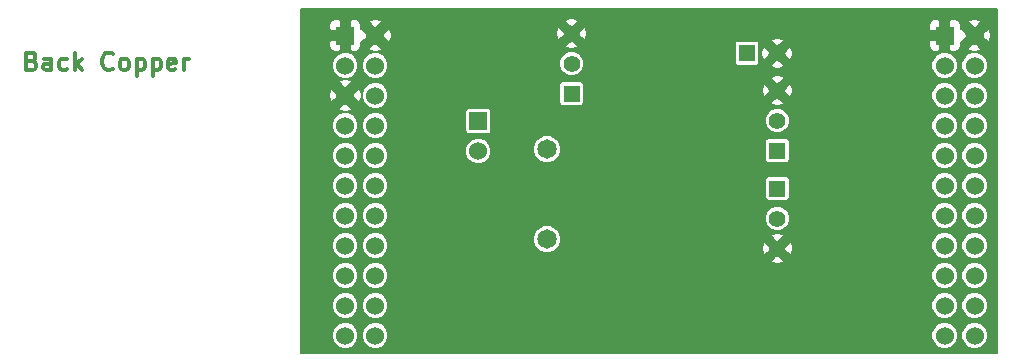
<source format=gbl>
G04 (created by PCBNEW (2013-mar-13)-testing) date Fri 31 May 2013 15:23:22 BST*
%MOIN*%
G04 Gerber Fmt 3.4, Leading zero omitted, Abs format*
%FSLAX34Y34*%
G01*
G70*
G90*
G04 APERTURE LIST*
%ADD10C,0.006000*%
%ADD11C,0.011811*%
%ADD12R,0.060000X0.060000*%
%ADD13C,0.060000*%
%ADD14C,0.065000*%
%ADD15R,0.055000X0.055000*%
%ADD16C,0.055000*%
%ADD17C,0.035433*%
%ADD18C,0.019685*%
%ADD19C,0.007874*%
G04 APERTURE END LIST*
G54D10*
G54D11*
X28430Y-34721D02*
X28515Y-34749D01*
X28543Y-34777D01*
X28571Y-34834D01*
X28571Y-34918D01*
X28543Y-34974D01*
X28515Y-35002D01*
X28458Y-35030D01*
X28233Y-35030D01*
X28233Y-34440D01*
X28430Y-34440D01*
X28487Y-34468D01*
X28515Y-34496D01*
X28543Y-34552D01*
X28543Y-34609D01*
X28515Y-34665D01*
X28487Y-34693D01*
X28430Y-34721D01*
X28233Y-34721D01*
X29077Y-35030D02*
X29077Y-34721D01*
X29049Y-34665D01*
X28993Y-34637D01*
X28880Y-34637D01*
X28824Y-34665D01*
X29077Y-35002D02*
X29021Y-35030D01*
X28880Y-35030D01*
X28824Y-35002D01*
X28796Y-34946D01*
X28796Y-34890D01*
X28824Y-34834D01*
X28880Y-34805D01*
X29021Y-34805D01*
X29077Y-34777D01*
X29611Y-35002D02*
X29555Y-35030D01*
X29443Y-35030D01*
X29386Y-35002D01*
X29358Y-34974D01*
X29330Y-34918D01*
X29330Y-34749D01*
X29358Y-34693D01*
X29386Y-34665D01*
X29443Y-34637D01*
X29555Y-34637D01*
X29611Y-34665D01*
X29865Y-35030D02*
X29865Y-34440D01*
X29921Y-34805D02*
X30089Y-35030D01*
X30089Y-34637D02*
X29865Y-34862D01*
X31130Y-34974D02*
X31102Y-35002D01*
X31017Y-35030D01*
X30961Y-35030D01*
X30877Y-35002D01*
X30821Y-34946D01*
X30793Y-34890D01*
X30764Y-34777D01*
X30764Y-34693D01*
X30793Y-34580D01*
X30821Y-34524D01*
X30877Y-34468D01*
X30961Y-34440D01*
X31017Y-34440D01*
X31102Y-34468D01*
X31130Y-34496D01*
X31467Y-35030D02*
X31411Y-35002D01*
X31383Y-34974D01*
X31355Y-34918D01*
X31355Y-34749D01*
X31383Y-34693D01*
X31411Y-34665D01*
X31467Y-34637D01*
X31552Y-34637D01*
X31608Y-34665D01*
X31636Y-34693D01*
X31664Y-34749D01*
X31664Y-34918D01*
X31636Y-34974D01*
X31608Y-35002D01*
X31552Y-35030D01*
X31467Y-35030D01*
X31917Y-34637D02*
X31917Y-35227D01*
X31917Y-34665D02*
X31974Y-34637D01*
X32086Y-34637D01*
X32142Y-34665D01*
X32170Y-34693D01*
X32199Y-34749D01*
X32199Y-34918D01*
X32170Y-34974D01*
X32142Y-35002D01*
X32086Y-35030D01*
X31974Y-35030D01*
X31917Y-35002D01*
X32452Y-34637D02*
X32452Y-35227D01*
X32452Y-34665D02*
X32508Y-34637D01*
X32620Y-34637D01*
X32677Y-34665D01*
X32705Y-34693D01*
X32733Y-34749D01*
X32733Y-34918D01*
X32705Y-34974D01*
X32677Y-35002D01*
X32620Y-35030D01*
X32508Y-35030D01*
X32452Y-35002D01*
X33211Y-35002D02*
X33155Y-35030D01*
X33042Y-35030D01*
X32986Y-35002D01*
X32958Y-34946D01*
X32958Y-34721D01*
X32986Y-34665D01*
X33042Y-34637D01*
X33155Y-34637D01*
X33211Y-34665D01*
X33239Y-34721D01*
X33239Y-34777D01*
X32958Y-34834D01*
X33492Y-35030D02*
X33492Y-34637D01*
X33492Y-34749D02*
X33520Y-34693D01*
X33548Y-34665D01*
X33605Y-34637D01*
X33661Y-34637D01*
G54D12*
X38870Y-33870D03*
G54D13*
X39870Y-33870D03*
X38870Y-34870D03*
X39870Y-34870D03*
X38870Y-35870D03*
X39870Y-35870D03*
X38870Y-36870D03*
X39870Y-36870D03*
X38870Y-37870D03*
X39870Y-37870D03*
X38870Y-38870D03*
X39870Y-38870D03*
X38870Y-39870D03*
X39870Y-39870D03*
X38870Y-40870D03*
X39870Y-40870D03*
X38870Y-41870D03*
X39870Y-41870D03*
X38870Y-42870D03*
X39870Y-42870D03*
X38870Y-43870D03*
X39870Y-43870D03*
G54D12*
X43307Y-36724D03*
G54D13*
X43307Y-37724D03*
G54D12*
X58850Y-33870D03*
G54D13*
X59850Y-33870D03*
X58850Y-34870D03*
X59850Y-34870D03*
X58850Y-35870D03*
X59850Y-35870D03*
X58850Y-36870D03*
X59850Y-36870D03*
X58850Y-37870D03*
X59850Y-37870D03*
X58850Y-38870D03*
X59850Y-38870D03*
X58850Y-39870D03*
X59850Y-39870D03*
X58850Y-40870D03*
X59850Y-40870D03*
X58850Y-41870D03*
X59850Y-41870D03*
X58850Y-42870D03*
X59850Y-42870D03*
X58850Y-43870D03*
X59850Y-43870D03*
G54D14*
X45590Y-37663D03*
X45590Y-40663D03*
G54D15*
X46417Y-35812D03*
G54D16*
X46417Y-34812D03*
X46417Y-33812D03*
G54D15*
X52265Y-34458D03*
G54D16*
X53265Y-34458D03*
G54D15*
X53267Y-37712D03*
G54D16*
X53267Y-36712D03*
X53267Y-35712D03*
G54D15*
X53277Y-38970D03*
G54D16*
X53277Y-39970D03*
X53277Y-40970D03*
G54D17*
X42706Y-34803D03*
X42706Y-33809D03*
X41624Y-39753D03*
X41624Y-40846D03*
X41624Y-44261D03*
X41624Y-43366D03*
X47480Y-38011D03*
X51555Y-40393D03*
X50088Y-40393D03*
X50029Y-37834D03*
X49202Y-37017D03*
G54D18*
X42706Y-33809D02*
X42706Y-34803D01*
X41624Y-39753D02*
X41624Y-40846D01*
X41624Y-43366D02*
X41624Y-44261D01*
X48474Y-37017D02*
X49202Y-37017D01*
X47480Y-38011D02*
X48474Y-37017D01*
X50088Y-40393D02*
X51555Y-40393D01*
X50019Y-37834D02*
X50029Y-37834D01*
X49202Y-37017D02*
X50019Y-37834D01*
G54D10*
G36*
X60590Y-44458D02*
X60396Y-44458D01*
X60396Y-33846D01*
X60363Y-33682D01*
X60284Y-33648D01*
X60072Y-33860D01*
X60072Y-33435D01*
X60038Y-33356D01*
X59827Y-33323D01*
X59662Y-33356D01*
X59628Y-33435D01*
X59850Y-33657D01*
X60072Y-33435D01*
X60072Y-33860D01*
X60062Y-33870D01*
X60284Y-34092D01*
X60363Y-34057D01*
X60396Y-33846D01*
X60396Y-44458D01*
X60288Y-44458D01*
X60288Y-43783D01*
X60288Y-42783D01*
X60288Y-41783D01*
X60288Y-40783D01*
X60288Y-39783D01*
X60288Y-38783D01*
X60288Y-37783D01*
X60288Y-36783D01*
X60288Y-35783D01*
X60288Y-34783D01*
X60221Y-34622D01*
X60098Y-34499D01*
X60072Y-34488D01*
X60072Y-34304D01*
X59850Y-34082D01*
X59638Y-34294D01*
X59638Y-33870D01*
X59416Y-33648D01*
X59386Y-33660D01*
X59386Y-33523D01*
X59350Y-33436D01*
X59284Y-33369D01*
X59197Y-33333D01*
X59103Y-33333D01*
X59059Y-33333D01*
X59000Y-33392D01*
X59000Y-33720D01*
X59114Y-33720D01*
X59114Y-34020D01*
X59000Y-34020D01*
X59000Y-34347D01*
X59059Y-34406D01*
X59103Y-34406D01*
X59197Y-34406D01*
X59284Y-34370D01*
X59350Y-34303D01*
X59386Y-34216D01*
X59386Y-34079D01*
X59416Y-34092D01*
X59638Y-33870D01*
X59638Y-34294D01*
X59628Y-34304D01*
X59662Y-34383D01*
X59873Y-34416D01*
X60038Y-34383D01*
X60072Y-34304D01*
X60072Y-34488D01*
X59937Y-34432D01*
X59763Y-34432D01*
X59602Y-34498D01*
X59479Y-34621D01*
X59412Y-34782D01*
X59412Y-34956D01*
X59479Y-35117D01*
X59602Y-35241D01*
X59762Y-35307D01*
X59937Y-35307D01*
X60098Y-35241D01*
X60221Y-35118D01*
X60288Y-34957D01*
X60288Y-34783D01*
X60288Y-35783D01*
X60221Y-35622D01*
X60098Y-35499D01*
X59937Y-35432D01*
X59763Y-35432D01*
X59602Y-35498D01*
X59479Y-35621D01*
X59412Y-35782D01*
X59412Y-35956D01*
X59479Y-36117D01*
X59602Y-36241D01*
X59762Y-36307D01*
X59937Y-36307D01*
X60098Y-36241D01*
X60221Y-36118D01*
X60288Y-35957D01*
X60288Y-35783D01*
X60288Y-36783D01*
X60221Y-36622D01*
X60098Y-36499D01*
X59937Y-36432D01*
X59763Y-36432D01*
X59602Y-36498D01*
X59479Y-36621D01*
X59412Y-36782D01*
X59412Y-36956D01*
X59479Y-37117D01*
X59602Y-37241D01*
X59762Y-37307D01*
X59937Y-37307D01*
X60098Y-37241D01*
X60221Y-37118D01*
X60288Y-36957D01*
X60288Y-36783D01*
X60288Y-37783D01*
X60221Y-37622D01*
X60098Y-37499D01*
X59937Y-37432D01*
X59763Y-37432D01*
X59602Y-37498D01*
X59479Y-37621D01*
X59412Y-37782D01*
X59412Y-37956D01*
X59479Y-38117D01*
X59602Y-38241D01*
X59762Y-38307D01*
X59937Y-38307D01*
X60098Y-38241D01*
X60221Y-38118D01*
X60288Y-37957D01*
X60288Y-37783D01*
X60288Y-38783D01*
X60221Y-38622D01*
X60098Y-38499D01*
X59937Y-38432D01*
X59763Y-38432D01*
X59602Y-38498D01*
X59479Y-38621D01*
X59412Y-38782D01*
X59412Y-38956D01*
X59479Y-39117D01*
X59602Y-39241D01*
X59762Y-39307D01*
X59937Y-39307D01*
X60098Y-39241D01*
X60221Y-39118D01*
X60288Y-38957D01*
X60288Y-38783D01*
X60288Y-39783D01*
X60221Y-39622D01*
X60098Y-39499D01*
X59937Y-39432D01*
X59763Y-39432D01*
X59602Y-39498D01*
X59479Y-39621D01*
X59412Y-39782D01*
X59412Y-39956D01*
X59479Y-40117D01*
X59602Y-40241D01*
X59762Y-40307D01*
X59937Y-40307D01*
X60098Y-40241D01*
X60221Y-40118D01*
X60288Y-39957D01*
X60288Y-39783D01*
X60288Y-40783D01*
X60221Y-40622D01*
X60098Y-40499D01*
X59937Y-40432D01*
X59763Y-40432D01*
X59602Y-40498D01*
X59479Y-40621D01*
X59412Y-40782D01*
X59412Y-40956D01*
X59479Y-41117D01*
X59602Y-41241D01*
X59762Y-41307D01*
X59937Y-41307D01*
X60098Y-41241D01*
X60221Y-41118D01*
X60288Y-40957D01*
X60288Y-40783D01*
X60288Y-41783D01*
X60221Y-41622D01*
X60098Y-41499D01*
X59937Y-41432D01*
X59763Y-41432D01*
X59602Y-41498D01*
X59479Y-41621D01*
X59412Y-41782D01*
X59412Y-41956D01*
X59479Y-42117D01*
X59602Y-42241D01*
X59762Y-42307D01*
X59937Y-42307D01*
X60098Y-42241D01*
X60221Y-42118D01*
X60288Y-41957D01*
X60288Y-41783D01*
X60288Y-42783D01*
X60221Y-42622D01*
X60098Y-42499D01*
X59937Y-42432D01*
X59763Y-42432D01*
X59602Y-42498D01*
X59479Y-42621D01*
X59412Y-42782D01*
X59412Y-42956D01*
X59479Y-43117D01*
X59602Y-43241D01*
X59762Y-43307D01*
X59937Y-43307D01*
X60098Y-43241D01*
X60221Y-43118D01*
X60288Y-42957D01*
X60288Y-42783D01*
X60288Y-43783D01*
X60221Y-43622D01*
X60098Y-43499D01*
X59937Y-43432D01*
X59763Y-43432D01*
X59602Y-43498D01*
X59479Y-43621D01*
X59412Y-43782D01*
X59412Y-43956D01*
X59479Y-44117D01*
X59602Y-44241D01*
X59762Y-44307D01*
X59937Y-44307D01*
X60098Y-44241D01*
X60221Y-44118D01*
X60288Y-43957D01*
X60288Y-43783D01*
X60288Y-44458D01*
X59288Y-44458D01*
X59288Y-43783D01*
X59288Y-42783D01*
X59288Y-41783D01*
X59288Y-40783D01*
X59288Y-39783D01*
X59288Y-38783D01*
X59288Y-37783D01*
X59288Y-36783D01*
X59288Y-35783D01*
X59288Y-34783D01*
X59221Y-34622D01*
X59098Y-34499D01*
X58937Y-34432D01*
X58763Y-34432D01*
X58700Y-34458D01*
X58700Y-34347D01*
X58700Y-34020D01*
X58700Y-33720D01*
X58700Y-33392D01*
X58641Y-33333D01*
X58597Y-33333D01*
X58503Y-33333D01*
X58416Y-33369D01*
X58350Y-33436D01*
X58314Y-33523D01*
X58314Y-33661D01*
X58373Y-33720D01*
X58700Y-33720D01*
X58700Y-34020D01*
X58373Y-34020D01*
X58314Y-34079D01*
X58314Y-34216D01*
X58350Y-34303D01*
X58416Y-34370D01*
X58503Y-34406D01*
X58597Y-34406D01*
X58641Y-34406D01*
X58700Y-34347D01*
X58700Y-34458D01*
X58602Y-34498D01*
X58479Y-34621D01*
X58412Y-34782D01*
X58412Y-34956D01*
X58479Y-35117D01*
X58602Y-35241D01*
X58762Y-35307D01*
X58937Y-35307D01*
X59098Y-35241D01*
X59221Y-35118D01*
X59288Y-34957D01*
X59288Y-34783D01*
X59288Y-35783D01*
X59221Y-35622D01*
X59098Y-35499D01*
X58937Y-35432D01*
X58763Y-35432D01*
X58602Y-35498D01*
X58479Y-35621D01*
X58412Y-35782D01*
X58412Y-35956D01*
X58479Y-36117D01*
X58602Y-36241D01*
X58762Y-36307D01*
X58937Y-36307D01*
X59098Y-36241D01*
X59221Y-36118D01*
X59288Y-35957D01*
X59288Y-35783D01*
X59288Y-36783D01*
X59221Y-36622D01*
X59098Y-36499D01*
X58937Y-36432D01*
X58763Y-36432D01*
X58602Y-36498D01*
X58479Y-36621D01*
X58412Y-36782D01*
X58412Y-36956D01*
X58479Y-37117D01*
X58602Y-37241D01*
X58762Y-37307D01*
X58937Y-37307D01*
X59098Y-37241D01*
X59221Y-37118D01*
X59288Y-36957D01*
X59288Y-36783D01*
X59288Y-37783D01*
X59221Y-37622D01*
X59098Y-37499D01*
X58937Y-37432D01*
X58763Y-37432D01*
X58602Y-37498D01*
X58479Y-37621D01*
X58412Y-37782D01*
X58412Y-37956D01*
X58479Y-38117D01*
X58602Y-38241D01*
X58762Y-38307D01*
X58937Y-38307D01*
X59098Y-38241D01*
X59221Y-38118D01*
X59288Y-37957D01*
X59288Y-37783D01*
X59288Y-38783D01*
X59221Y-38622D01*
X59098Y-38499D01*
X58937Y-38432D01*
X58763Y-38432D01*
X58602Y-38498D01*
X58479Y-38621D01*
X58412Y-38782D01*
X58412Y-38956D01*
X58479Y-39117D01*
X58602Y-39241D01*
X58762Y-39307D01*
X58937Y-39307D01*
X59098Y-39241D01*
X59221Y-39118D01*
X59288Y-38957D01*
X59288Y-38783D01*
X59288Y-39783D01*
X59221Y-39622D01*
X59098Y-39499D01*
X58937Y-39432D01*
X58763Y-39432D01*
X58602Y-39498D01*
X58479Y-39621D01*
X58412Y-39782D01*
X58412Y-39956D01*
X58479Y-40117D01*
X58602Y-40241D01*
X58762Y-40307D01*
X58937Y-40307D01*
X59098Y-40241D01*
X59221Y-40118D01*
X59288Y-39957D01*
X59288Y-39783D01*
X59288Y-40783D01*
X59221Y-40622D01*
X59098Y-40499D01*
X58937Y-40432D01*
X58763Y-40432D01*
X58602Y-40498D01*
X58479Y-40621D01*
X58412Y-40782D01*
X58412Y-40956D01*
X58479Y-41117D01*
X58602Y-41241D01*
X58762Y-41307D01*
X58937Y-41307D01*
X59098Y-41241D01*
X59221Y-41118D01*
X59288Y-40957D01*
X59288Y-40783D01*
X59288Y-41783D01*
X59221Y-41622D01*
X59098Y-41499D01*
X58937Y-41432D01*
X58763Y-41432D01*
X58602Y-41498D01*
X58479Y-41621D01*
X58412Y-41782D01*
X58412Y-41956D01*
X58479Y-42117D01*
X58602Y-42241D01*
X58762Y-42307D01*
X58937Y-42307D01*
X59098Y-42241D01*
X59221Y-42118D01*
X59288Y-41957D01*
X59288Y-41783D01*
X59288Y-42783D01*
X59221Y-42622D01*
X59098Y-42499D01*
X58937Y-42432D01*
X58763Y-42432D01*
X58602Y-42498D01*
X58479Y-42621D01*
X58412Y-42782D01*
X58412Y-42956D01*
X58479Y-43117D01*
X58602Y-43241D01*
X58762Y-43307D01*
X58937Y-43307D01*
X59098Y-43241D01*
X59221Y-43118D01*
X59288Y-42957D01*
X59288Y-42783D01*
X59288Y-43783D01*
X59221Y-43622D01*
X59098Y-43499D01*
X58937Y-43432D01*
X58763Y-43432D01*
X58602Y-43498D01*
X58479Y-43621D01*
X58412Y-43782D01*
X58412Y-43956D01*
X58479Y-44117D01*
X58602Y-44241D01*
X58762Y-44307D01*
X58937Y-44307D01*
X59098Y-44241D01*
X59221Y-44118D01*
X59288Y-43957D01*
X59288Y-43783D01*
X59288Y-44458D01*
X53798Y-44458D01*
X53798Y-40954D01*
X53788Y-40904D01*
X53788Y-35696D01*
X53786Y-35686D01*
X53786Y-34442D01*
X53753Y-34274D01*
X53674Y-34243D01*
X53480Y-34438D01*
X53480Y-34049D01*
X53450Y-33971D01*
X53249Y-33937D01*
X53081Y-33971D01*
X53050Y-34049D01*
X53265Y-34264D01*
X53480Y-34049D01*
X53480Y-34438D01*
X53460Y-34458D01*
X53674Y-34673D01*
X53753Y-34642D01*
X53786Y-34442D01*
X53786Y-35686D01*
X53755Y-35528D01*
X53676Y-35497D01*
X53482Y-35692D01*
X53482Y-35303D01*
X53480Y-35298D01*
X53480Y-34867D01*
X53265Y-34653D01*
X53071Y-34847D01*
X53071Y-34458D01*
X52856Y-34243D01*
X52778Y-34274D01*
X52744Y-34474D01*
X52778Y-34642D01*
X52856Y-34673D01*
X53071Y-34458D01*
X53071Y-34847D01*
X53050Y-34867D01*
X53081Y-34946D01*
X53282Y-34979D01*
X53450Y-34946D01*
X53480Y-34867D01*
X53480Y-35298D01*
X53451Y-35225D01*
X53251Y-35191D01*
X53083Y-35225D01*
X53052Y-35303D01*
X53267Y-35518D01*
X53482Y-35303D01*
X53482Y-35692D01*
X53462Y-35712D01*
X53676Y-35927D01*
X53755Y-35896D01*
X53788Y-35696D01*
X53788Y-40904D01*
X53765Y-40786D01*
X53690Y-40757D01*
X53690Y-39888D01*
X53690Y-39888D01*
X53690Y-39218D01*
X53690Y-38668D01*
X53680Y-38644D01*
X53680Y-36630D01*
X53617Y-36479D01*
X53501Y-36362D01*
X53482Y-36354D01*
X53482Y-36121D01*
X53267Y-35907D01*
X53073Y-36101D01*
X53073Y-35712D01*
X52858Y-35497D01*
X52780Y-35528D01*
X52746Y-35728D01*
X52780Y-35896D01*
X52858Y-35927D01*
X53073Y-35712D01*
X53073Y-36101D01*
X53052Y-36121D01*
X53083Y-36200D01*
X53284Y-36233D01*
X53451Y-36200D01*
X53482Y-36121D01*
X53482Y-36354D01*
X53350Y-36299D01*
X53185Y-36299D01*
X53034Y-36362D01*
X52917Y-36478D01*
X52854Y-36630D01*
X52854Y-36794D01*
X52917Y-36946D01*
X53033Y-37062D01*
X53185Y-37125D01*
X53349Y-37125D01*
X53501Y-37062D01*
X53617Y-36946D01*
X53680Y-36795D01*
X53680Y-36630D01*
X53680Y-38644D01*
X53680Y-38644D01*
X53680Y-37960D01*
X53680Y-37410D01*
X53659Y-37359D01*
X53620Y-37320D01*
X53570Y-37299D01*
X53515Y-37299D01*
X52965Y-37299D01*
X52914Y-37320D01*
X52875Y-37359D01*
X52854Y-37410D01*
X52854Y-37464D01*
X52854Y-38014D01*
X52875Y-38065D01*
X52914Y-38104D01*
X52965Y-38125D01*
X53020Y-38125D01*
X53570Y-38125D01*
X53620Y-38104D01*
X53659Y-38065D01*
X53680Y-38015D01*
X53680Y-37960D01*
X53680Y-38644D01*
X53669Y-38617D01*
X53630Y-38578D01*
X53580Y-38557D01*
X53525Y-38557D01*
X52975Y-38557D01*
X52924Y-38578D01*
X52885Y-38617D01*
X52864Y-38667D01*
X52864Y-38722D01*
X52864Y-39272D01*
X52885Y-39323D01*
X52924Y-39362D01*
X52975Y-39383D01*
X53029Y-39383D01*
X53579Y-39383D01*
X53630Y-39362D01*
X53669Y-39323D01*
X53690Y-39273D01*
X53690Y-39218D01*
X53690Y-39888D01*
X53627Y-39736D01*
X53511Y-39620D01*
X53360Y-39557D01*
X53195Y-39557D01*
X53044Y-39620D01*
X52927Y-39736D01*
X52864Y-39888D01*
X52864Y-40052D01*
X52927Y-40203D01*
X53043Y-40320D01*
X53195Y-40383D01*
X53359Y-40383D01*
X53511Y-40320D01*
X53627Y-40204D01*
X53690Y-40052D01*
X53690Y-39888D01*
X53690Y-40757D01*
X53686Y-40755D01*
X53492Y-40950D01*
X53492Y-40561D01*
X53461Y-40482D01*
X53261Y-40449D01*
X53093Y-40482D01*
X53062Y-40561D01*
X53277Y-40776D01*
X53492Y-40561D01*
X53492Y-40950D01*
X53472Y-40970D01*
X53686Y-41185D01*
X53765Y-41154D01*
X53798Y-40954D01*
X53798Y-44458D01*
X53492Y-44458D01*
X53492Y-41379D01*
X53277Y-41164D01*
X53083Y-41359D01*
X53083Y-40970D01*
X52868Y-40755D01*
X52789Y-40786D01*
X52756Y-40986D01*
X52789Y-41154D01*
X52868Y-41185D01*
X53083Y-40970D01*
X53083Y-41359D01*
X53062Y-41379D01*
X53093Y-41458D01*
X53293Y-41491D01*
X53461Y-41458D01*
X53492Y-41379D01*
X53492Y-44458D01*
X52678Y-44458D01*
X52678Y-34706D01*
X52678Y-34156D01*
X52657Y-34105D01*
X52618Y-34066D01*
X52568Y-34045D01*
X52513Y-34045D01*
X51963Y-34045D01*
X51912Y-34066D01*
X51873Y-34105D01*
X51852Y-34156D01*
X51852Y-34210D01*
X51852Y-34760D01*
X51873Y-34811D01*
X51912Y-34850D01*
X51963Y-34871D01*
X52018Y-34871D01*
X52568Y-34871D01*
X52618Y-34850D01*
X52657Y-34811D01*
X52678Y-34761D01*
X52678Y-34706D01*
X52678Y-44458D01*
X46938Y-44458D01*
X46938Y-33796D01*
X46904Y-33628D01*
X46826Y-33598D01*
X46632Y-33792D01*
X46632Y-33403D01*
X46601Y-33325D01*
X46400Y-33292D01*
X46233Y-33325D01*
X46202Y-33403D01*
X46417Y-33618D01*
X46632Y-33403D01*
X46632Y-33792D01*
X46611Y-33812D01*
X46826Y-34027D01*
X46904Y-33997D01*
X46938Y-33796D01*
X46938Y-44458D01*
X46830Y-44458D01*
X46830Y-34731D01*
X46767Y-34579D01*
X46651Y-34463D01*
X46632Y-34455D01*
X46632Y-34222D01*
X46417Y-34007D01*
X46222Y-34201D01*
X46222Y-33812D01*
X46008Y-33598D01*
X45929Y-33628D01*
X45896Y-33829D01*
X45929Y-33997D01*
X46008Y-34027D01*
X46222Y-33812D01*
X46222Y-34201D01*
X46202Y-34222D01*
X46233Y-34300D01*
X46433Y-34333D01*
X46601Y-34300D01*
X46632Y-34222D01*
X46632Y-34455D01*
X46499Y-34400D01*
X46335Y-34400D01*
X46183Y-34462D01*
X46067Y-34578D01*
X46004Y-34730D01*
X46004Y-34894D01*
X46067Y-35046D01*
X46183Y-35162D01*
X46334Y-35225D01*
X46499Y-35225D01*
X46650Y-35163D01*
X46767Y-35047D01*
X46830Y-34895D01*
X46830Y-34731D01*
X46830Y-44458D01*
X46830Y-44458D01*
X46830Y-36060D01*
X46830Y-35510D01*
X46809Y-35460D01*
X46770Y-35421D01*
X46719Y-35400D01*
X46665Y-35400D01*
X46115Y-35400D01*
X46064Y-35421D01*
X46025Y-35459D01*
X46004Y-35510D01*
X46004Y-35565D01*
X46004Y-36115D01*
X46025Y-36165D01*
X46064Y-36204D01*
X46114Y-36225D01*
X46169Y-36225D01*
X46719Y-36225D01*
X46770Y-36204D01*
X46809Y-36166D01*
X46830Y-36115D01*
X46830Y-36060D01*
X46830Y-44458D01*
X46053Y-44458D01*
X46053Y-40571D01*
X46053Y-37571D01*
X45983Y-37401D01*
X45853Y-37271D01*
X45683Y-37200D01*
X45498Y-37200D01*
X45328Y-37270D01*
X45198Y-37400D01*
X45127Y-37570D01*
X45127Y-37755D01*
X45197Y-37925D01*
X45328Y-38055D01*
X45498Y-38126D01*
X45682Y-38126D01*
X45852Y-38055D01*
X45982Y-37925D01*
X46053Y-37755D01*
X46053Y-37571D01*
X46053Y-40571D01*
X45983Y-40401D01*
X45853Y-40271D01*
X45683Y-40200D01*
X45498Y-40200D01*
X45328Y-40270D01*
X45198Y-40400D01*
X45127Y-40570D01*
X45127Y-40755D01*
X45197Y-40925D01*
X45328Y-41055D01*
X45498Y-41126D01*
X45682Y-41126D01*
X45852Y-41055D01*
X45982Y-40925D01*
X46053Y-40755D01*
X46053Y-40571D01*
X46053Y-44458D01*
X43744Y-44458D01*
X43744Y-37637D01*
X43744Y-37637D01*
X43744Y-36997D01*
X43744Y-36397D01*
X43723Y-36346D01*
X43685Y-36307D01*
X43634Y-36286D01*
X43579Y-36286D01*
X42979Y-36286D01*
X42929Y-36307D01*
X42890Y-36346D01*
X42869Y-36396D01*
X42869Y-36451D01*
X42869Y-37051D01*
X42890Y-37102D01*
X42928Y-37141D01*
X42979Y-37162D01*
X43034Y-37162D01*
X43634Y-37162D01*
X43685Y-37141D01*
X43723Y-37102D01*
X43744Y-37051D01*
X43744Y-36997D01*
X43744Y-37637D01*
X43678Y-37476D01*
X43555Y-37353D01*
X43394Y-37286D01*
X43220Y-37286D01*
X43059Y-37353D01*
X42936Y-37476D01*
X42869Y-37636D01*
X42869Y-37811D01*
X42935Y-37972D01*
X43058Y-38095D01*
X43219Y-38162D01*
X43393Y-38162D01*
X43554Y-38095D01*
X43678Y-37972D01*
X43744Y-37811D01*
X43744Y-37637D01*
X43744Y-44458D01*
X40416Y-44458D01*
X40416Y-33846D01*
X40383Y-33682D01*
X40304Y-33648D01*
X40092Y-33860D01*
X40092Y-33435D01*
X40057Y-33356D01*
X39846Y-33323D01*
X39682Y-33356D01*
X39648Y-33435D01*
X39870Y-33657D01*
X40092Y-33435D01*
X40092Y-33860D01*
X40082Y-33870D01*
X40304Y-34092D01*
X40383Y-34057D01*
X40416Y-33846D01*
X40416Y-44458D01*
X40307Y-44458D01*
X40307Y-43783D01*
X40307Y-42783D01*
X40307Y-41783D01*
X40307Y-40783D01*
X40307Y-39783D01*
X40307Y-38783D01*
X40307Y-37783D01*
X40307Y-36783D01*
X40307Y-35783D01*
X40307Y-34783D01*
X40241Y-34622D01*
X40118Y-34499D01*
X40092Y-34488D01*
X40092Y-34304D01*
X39870Y-34082D01*
X39657Y-34294D01*
X39657Y-33870D01*
X39435Y-33648D01*
X39406Y-33660D01*
X39406Y-33523D01*
X39370Y-33436D01*
X39304Y-33369D01*
X39217Y-33333D01*
X39123Y-33333D01*
X39079Y-33333D01*
X39020Y-33392D01*
X39020Y-33720D01*
X39133Y-33720D01*
X39133Y-34020D01*
X39020Y-34020D01*
X39020Y-34347D01*
X39079Y-34406D01*
X39123Y-34406D01*
X39217Y-34406D01*
X39304Y-34370D01*
X39370Y-34303D01*
X39406Y-34216D01*
X39406Y-34079D01*
X39435Y-34092D01*
X39657Y-33870D01*
X39657Y-34294D01*
X39648Y-34304D01*
X39682Y-34383D01*
X39893Y-34416D01*
X40057Y-34383D01*
X40092Y-34304D01*
X40092Y-34488D01*
X39957Y-34432D01*
X39783Y-34432D01*
X39622Y-34498D01*
X39499Y-34621D01*
X39432Y-34782D01*
X39432Y-34956D01*
X39498Y-35117D01*
X39621Y-35241D01*
X39782Y-35307D01*
X39956Y-35307D01*
X40117Y-35241D01*
X40241Y-35118D01*
X40307Y-34957D01*
X40307Y-34783D01*
X40307Y-35783D01*
X40241Y-35622D01*
X40118Y-35499D01*
X39957Y-35432D01*
X39783Y-35432D01*
X39622Y-35498D01*
X39499Y-35621D01*
X39432Y-35782D01*
X39432Y-35956D01*
X39498Y-36117D01*
X39621Y-36241D01*
X39782Y-36307D01*
X39956Y-36307D01*
X40117Y-36241D01*
X40241Y-36118D01*
X40307Y-35957D01*
X40307Y-35783D01*
X40307Y-36783D01*
X40241Y-36622D01*
X40118Y-36499D01*
X39957Y-36432D01*
X39783Y-36432D01*
X39622Y-36498D01*
X39499Y-36621D01*
X39432Y-36782D01*
X39432Y-36956D01*
X39498Y-37117D01*
X39621Y-37241D01*
X39782Y-37307D01*
X39956Y-37307D01*
X40117Y-37241D01*
X40241Y-37118D01*
X40307Y-36957D01*
X40307Y-36783D01*
X40307Y-37783D01*
X40241Y-37622D01*
X40118Y-37499D01*
X39957Y-37432D01*
X39783Y-37432D01*
X39622Y-37498D01*
X39499Y-37621D01*
X39432Y-37782D01*
X39432Y-37956D01*
X39498Y-38117D01*
X39621Y-38241D01*
X39782Y-38307D01*
X39956Y-38307D01*
X40117Y-38241D01*
X40241Y-38118D01*
X40307Y-37957D01*
X40307Y-37783D01*
X40307Y-38783D01*
X40241Y-38622D01*
X40118Y-38499D01*
X39957Y-38432D01*
X39783Y-38432D01*
X39622Y-38498D01*
X39499Y-38621D01*
X39432Y-38782D01*
X39432Y-38956D01*
X39498Y-39117D01*
X39621Y-39241D01*
X39782Y-39307D01*
X39956Y-39307D01*
X40117Y-39241D01*
X40241Y-39118D01*
X40307Y-38957D01*
X40307Y-38783D01*
X40307Y-39783D01*
X40241Y-39622D01*
X40118Y-39499D01*
X39957Y-39432D01*
X39783Y-39432D01*
X39622Y-39498D01*
X39499Y-39621D01*
X39432Y-39782D01*
X39432Y-39956D01*
X39498Y-40117D01*
X39621Y-40241D01*
X39782Y-40307D01*
X39956Y-40307D01*
X40117Y-40241D01*
X40241Y-40118D01*
X40307Y-39957D01*
X40307Y-39783D01*
X40307Y-40783D01*
X40241Y-40622D01*
X40118Y-40499D01*
X39957Y-40432D01*
X39783Y-40432D01*
X39622Y-40498D01*
X39499Y-40621D01*
X39432Y-40782D01*
X39432Y-40956D01*
X39498Y-41117D01*
X39621Y-41241D01*
X39782Y-41307D01*
X39956Y-41307D01*
X40117Y-41241D01*
X40241Y-41118D01*
X40307Y-40957D01*
X40307Y-40783D01*
X40307Y-41783D01*
X40241Y-41622D01*
X40118Y-41499D01*
X39957Y-41432D01*
X39783Y-41432D01*
X39622Y-41498D01*
X39499Y-41621D01*
X39432Y-41782D01*
X39432Y-41956D01*
X39498Y-42117D01*
X39621Y-42241D01*
X39782Y-42307D01*
X39956Y-42307D01*
X40117Y-42241D01*
X40241Y-42118D01*
X40307Y-41957D01*
X40307Y-41783D01*
X40307Y-42783D01*
X40241Y-42622D01*
X40118Y-42499D01*
X39957Y-42432D01*
X39783Y-42432D01*
X39622Y-42498D01*
X39499Y-42621D01*
X39432Y-42782D01*
X39432Y-42956D01*
X39498Y-43117D01*
X39621Y-43241D01*
X39782Y-43307D01*
X39956Y-43307D01*
X40117Y-43241D01*
X40241Y-43118D01*
X40307Y-42957D01*
X40307Y-42783D01*
X40307Y-43783D01*
X40241Y-43622D01*
X40118Y-43499D01*
X39957Y-43432D01*
X39783Y-43432D01*
X39622Y-43498D01*
X39499Y-43621D01*
X39432Y-43782D01*
X39432Y-43956D01*
X39498Y-44117D01*
X39621Y-44241D01*
X39782Y-44307D01*
X39956Y-44307D01*
X40117Y-44241D01*
X40241Y-44118D01*
X40307Y-43957D01*
X40307Y-43783D01*
X40307Y-44458D01*
X39416Y-44458D01*
X39416Y-35846D01*
X39383Y-35682D01*
X39307Y-35649D01*
X39307Y-34783D01*
X39241Y-34622D01*
X39118Y-34499D01*
X38957Y-34432D01*
X38783Y-34432D01*
X38720Y-34458D01*
X38720Y-34347D01*
X38720Y-34020D01*
X38720Y-33720D01*
X38720Y-33392D01*
X38661Y-33333D01*
X38616Y-33333D01*
X38522Y-33333D01*
X38436Y-33369D01*
X38369Y-33436D01*
X38333Y-33523D01*
X38333Y-33661D01*
X38392Y-33720D01*
X38720Y-33720D01*
X38720Y-34020D01*
X38392Y-34020D01*
X38333Y-34079D01*
X38333Y-34216D01*
X38369Y-34303D01*
X38436Y-34370D01*
X38522Y-34406D01*
X38616Y-34406D01*
X38661Y-34406D01*
X38720Y-34347D01*
X38720Y-34458D01*
X38622Y-34498D01*
X38499Y-34621D01*
X38432Y-34782D01*
X38432Y-34956D01*
X38498Y-35117D01*
X38621Y-35241D01*
X38782Y-35307D01*
X38956Y-35307D01*
X39117Y-35241D01*
X39241Y-35118D01*
X39307Y-34957D01*
X39307Y-34783D01*
X39307Y-35649D01*
X39304Y-35648D01*
X39092Y-35860D01*
X39092Y-35435D01*
X39057Y-35356D01*
X38846Y-35323D01*
X38682Y-35356D01*
X38648Y-35435D01*
X38870Y-35657D01*
X39092Y-35435D01*
X39092Y-35860D01*
X39082Y-35870D01*
X39304Y-36092D01*
X39383Y-36057D01*
X39416Y-35846D01*
X39416Y-44458D01*
X39307Y-44458D01*
X39307Y-43783D01*
X39307Y-42783D01*
X39307Y-41783D01*
X39307Y-40783D01*
X39307Y-39783D01*
X39307Y-38783D01*
X39307Y-37783D01*
X39307Y-36783D01*
X39241Y-36622D01*
X39118Y-36499D01*
X39092Y-36488D01*
X39092Y-36304D01*
X38870Y-36082D01*
X38657Y-36294D01*
X38657Y-35870D01*
X38435Y-35648D01*
X38356Y-35682D01*
X38323Y-35893D01*
X38356Y-36057D01*
X38435Y-36092D01*
X38657Y-35870D01*
X38657Y-36294D01*
X38648Y-36304D01*
X38682Y-36383D01*
X38893Y-36416D01*
X39057Y-36383D01*
X39092Y-36304D01*
X39092Y-36488D01*
X38957Y-36432D01*
X38783Y-36432D01*
X38622Y-36498D01*
X38499Y-36621D01*
X38432Y-36782D01*
X38432Y-36956D01*
X38498Y-37117D01*
X38621Y-37241D01*
X38782Y-37307D01*
X38956Y-37307D01*
X39117Y-37241D01*
X39241Y-37118D01*
X39307Y-36957D01*
X39307Y-36783D01*
X39307Y-37783D01*
X39241Y-37622D01*
X39118Y-37499D01*
X38957Y-37432D01*
X38783Y-37432D01*
X38622Y-37498D01*
X38499Y-37621D01*
X38432Y-37782D01*
X38432Y-37956D01*
X38498Y-38117D01*
X38621Y-38241D01*
X38782Y-38307D01*
X38956Y-38307D01*
X39117Y-38241D01*
X39241Y-38118D01*
X39307Y-37957D01*
X39307Y-37783D01*
X39307Y-38783D01*
X39241Y-38622D01*
X39118Y-38499D01*
X38957Y-38432D01*
X38783Y-38432D01*
X38622Y-38498D01*
X38499Y-38621D01*
X38432Y-38782D01*
X38432Y-38956D01*
X38498Y-39117D01*
X38621Y-39241D01*
X38782Y-39307D01*
X38956Y-39307D01*
X39117Y-39241D01*
X39241Y-39118D01*
X39307Y-38957D01*
X39307Y-38783D01*
X39307Y-39783D01*
X39241Y-39622D01*
X39118Y-39499D01*
X38957Y-39432D01*
X38783Y-39432D01*
X38622Y-39498D01*
X38499Y-39621D01*
X38432Y-39782D01*
X38432Y-39956D01*
X38498Y-40117D01*
X38621Y-40241D01*
X38782Y-40307D01*
X38956Y-40307D01*
X39117Y-40241D01*
X39241Y-40118D01*
X39307Y-39957D01*
X39307Y-39783D01*
X39307Y-40783D01*
X39241Y-40622D01*
X39118Y-40499D01*
X38957Y-40432D01*
X38783Y-40432D01*
X38622Y-40498D01*
X38499Y-40621D01*
X38432Y-40782D01*
X38432Y-40956D01*
X38498Y-41117D01*
X38621Y-41241D01*
X38782Y-41307D01*
X38956Y-41307D01*
X39117Y-41241D01*
X39241Y-41118D01*
X39307Y-40957D01*
X39307Y-40783D01*
X39307Y-41783D01*
X39241Y-41622D01*
X39118Y-41499D01*
X38957Y-41432D01*
X38783Y-41432D01*
X38622Y-41498D01*
X38499Y-41621D01*
X38432Y-41782D01*
X38432Y-41956D01*
X38498Y-42117D01*
X38621Y-42241D01*
X38782Y-42307D01*
X38956Y-42307D01*
X39117Y-42241D01*
X39241Y-42118D01*
X39307Y-41957D01*
X39307Y-41783D01*
X39307Y-42783D01*
X39241Y-42622D01*
X39118Y-42499D01*
X38957Y-42432D01*
X38783Y-42432D01*
X38622Y-42498D01*
X38499Y-42621D01*
X38432Y-42782D01*
X38432Y-42956D01*
X38498Y-43117D01*
X38621Y-43241D01*
X38782Y-43307D01*
X38956Y-43307D01*
X39117Y-43241D01*
X39241Y-43118D01*
X39307Y-42957D01*
X39307Y-42783D01*
X39307Y-43783D01*
X39241Y-43622D01*
X39118Y-43499D01*
X38957Y-43432D01*
X38783Y-43432D01*
X38622Y-43498D01*
X38499Y-43621D01*
X38432Y-43782D01*
X38432Y-43956D01*
X38498Y-44117D01*
X38621Y-44241D01*
X38782Y-44307D01*
X38956Y-44307D01*
X39117Y-44241D01*
X39241Y-44118D01*
X39307Y-43957D01*
X39307Y-43783D01*
X39307Y-44458D01*
X37401Y-44458D01*
X37401Y-33001D01*
X60590Y-33001D01*
X60590Y-44458D01*
X60590Y-44458D01*
G37*
G54D19*
X60590Y-44458D02*
X60396Y-44458D01*
X60396Y-33846D01*
X60363Y-33682D01*
X60284Y-33648D01*
X60072Y-33860D01*
X60072Y-33435D01*
X60038Y-33356D01*
X59827Y-33323D01*
X59662Y-33356D01*
X59628Y-33435D01*
X59850Y-33657D01*
X60072Y-33435D01*
X60072Y-33860D01*
X60062Y-33870D01*
X60284Y-34092D01*
X60363Y-34057D01*
X60396Y-33846D01*
X60396Y-44458D01*
X60288Y-44458D01*
X60288Y-43783D01*
X60288Y-42783D01*
X60288Y-41783D01*
X60288Y-40783D01*
X60288Y-39783D01*
X60288Y-38783D01*
X60288Y-37783D01*
X60288Y-36783D01*
X60288Y-35783D01*
X60288Y-34783D01*
X60221Y-34622D01*
X60098Y-34499D01*
X60072Y-34488D01*
X60072Y-34304D01*
X59850Y-34082D01*
X59638Y-34294D01*
X59638Y-33870D01*
X59416Y-33648D01*
X59386Y-33660D01*
X59386Y-33523D01*
X59350Y-33436D01*
X59284Y-33369D01*
X59197Y-33333D01*
X59103Y-33333D01*
X59059Y-33333D01*
X59000Y-33392D01*
X59000Y-33720D01*
X59114Y-33720D01*
X59114Y-34020D01*
X59000Y-34020D01*
X59000Y-34347D01*
X59059Y-34406D01*
X59103Y-34406D01*
X59197Y-34406D01*
X59284Y-34370D01*
X59350Y-34303D01*
X59386Y-34216D01*
X59386Y-34079D01*
X59416Y-34092D01*
X59638Y-33870D01*
X59638Y-34294D01*
X59628Y-34304D01*
X59662Y-34383D01*
X59873Y-34416D01*
X60038Y-34383D01*
X60072Y-34304D01*
X60072Y-34488D01*
X59937Y-34432D01*
X59763Y-34432D01*
X59602Y-34498D01*
X59479Y-34621D01*
X59412Y-34782D01*
X59412Y-34956D01*
X59479Y-35117D01*
X59602Y-35241D01*
X59762Y-35307D01*
X59937Y-35307D01*
X60098Y-35241D01*
X60221Y-35118D01*
X60288Y-34957D01*
X60288Y-34783D01*
X60288Y-35783D01*
X60221Y-35622D01*
X60098Y-35499D01*
X59937Y-35432D01*
X59763Y-35432D01*
X59602Y-35498D01*
X59479Y-35621D01*
X59412Y-35782D01*
X59412Y-35956D01*
X59479Y-36117D01*
X59602Y-36241D01*
X59762Y-36307D01*
X59937Y-36307D01*
X60098Y-36241D01*
X60221Y-36118D01*
X60288Y-35957D01*
X60288Y-35783D01*
X60288Y-36783D01*
X60221Y-36622D01*
X60098Y-36499D01*
X59937Y-36432D01*
X59763Y-36432D01*
X59602Y-36498D01*
X59479Y-36621D01*
X59412Y-36782D01*
X59412Y-36956D01*
X59479Y-37117D01*
X59602Y-37241D01*
X59762Y-37307D01*
X59937Y-37307D01*
X60098Y-37241D01*
X60221Y-37118D01*
X60288Y-36957D01*
X60288Y-36783D01*
X60288Y-37783D01*
X60221Y-37622D01*
X60098Y-37499D01*
X59937Y-37432D01*
X59763Y-37432D01*
X59602Y-37498D01*
X59479Y-37621D01*
X59412Y-37782D01*
X59412Y-37956D01*
X59479Y-38117D01*
X59602Y-38241D01*
X59762Y-38307D01*
X59937Y-38307D01*
X60098Y-38241D01*
X60221Y-38118D01*
X60288Y-37957D01*
X60288Y-37783D01*
X60288Y-38783D01*
X60221Y-38622D01*
X60098Y-38499D01*
X59937Y-38432D01*
X59763Y-38432D01*
X59602Y-38498D01*
X59479Y-38621D01*
X59412Y-38782D01*
X59412Y-38956D01*
X59479Y-39117D01*
X59602Y-39241D01*
X59762Y-39307D01*
X59937Y-39307D01*
X60098Y-39241D01*
X60221Y-39118D01*
X60288Y-38957D01*
X60288Y-38783D01*
X60288Y-39783D01*
X60221Y-39622D01*
X60098Y-39499D01*
X59937Y-39432D01*
X59763Y-39432D01*
X59602Y-39498D01*
X59479Y-39621D01*
X59412Y-39782D01*
X59412Y-39956D01*
X59479Y-40117D01*
X59602Y-40241D01*
X59762Y-40307D01*
X59937Y-40307D01*
X60098Y-40241D01*
X60221Y-40118D01*
X60288Y-39957D01*
X60288Y-39783D01*
X60288Y-40783D01*
X60221Y-40622D01*
X60098Y-40499D01*
X59937Y-40432D01*
X59763Y-40432D01*
X59602Y-40498D01*
X59479Y-40621D01*
X59412Y-40782D01*
X59412Y-40956D01*
X59479Y-41117D01*
X59602Y-41241D01*
X59762Y-41307D01*
X59937Y-41307D01*
X60098Y-41241D01*
X60221Y-41118D01*
X60288Y-40957D01*
X60288Y-40783D01*
X60288Y-41783D01*
X60221Y-41622D01*
X60098Y-41499D01*
X59937Y-41432D01*
X59763Y-41432D01*
X59602Y-41498D01*
X59479Y-41621D01*
X59412Y-41782D01*
X59412Y-41956D01*
X59479Y-42117D01*
X59602Y-42241D01*
X59762Y-42307D01*
X59937Y-42307D01*
X60098Y-42241D01*
X60221Y-42118D01*
X60288Y-41957D01*
X60288Y-41783D01*
X60288Y-42783D01*
X60221Y-42622D01*
X60098Y-42499D01*
X59937Y-42432D01*
X59763Y-42432D01*
X59602Y-42498D01*
X59479Y-42621D01*
X59412Y-42782D01*
X59412Y-42956D01*
X59479Y-43117D01*
X59602Y-43241D01*
X59762Y-43307D01*
X59937Y-43307D01*
X60098Y-43241D01*
X60221Y-43118D01*
X60288Y-42957D01*
X60288Y-42783D01*
X60288Y-43783D01*
X60221Y-43622D01*
X60098Y-43499D01*
X59937Y-43432D01*
X59763Y-43432D01*
X59602Y-43498D01*
X59479Y-43621D01*
X59412Y-43782D01*
X59412Y-43956D01*
X59479Y-44117D01*
X59602Y-44241D01*
X59762Y-44307D01*
X59937Y-44307D01*
X60098Y-44241D01*
X60221Y-44118D01*
X60288Y-43957D01*
X60288Y-43783D01*
X60288Y-44458D01*
X59288Y-44458D01*
X59288Y-43783D01*
X59288Y-42783D01*
X59288Y-41783D01*
X59288Y-40783D01*
X59288Y-39783D01*
X59288Y-38783D01*
X59288Y-37783D01*
X59288Y-36783D01*
X59288Y-35783D01*
X59288Y-34783D01*
X59221Y-34622D01*
X59098Y-34499D01*
X58937Y-34432D01*
X58763Y-34432D01*
X58700Y-34458D01*
X58700Y-34347D01*
X58700Y-34020D01*
X58700Y-33720D01*
X58700Y-33392D01*
X58641Y-33333D01*
X58597Y-33333D01*
X58503Y-33333D01*
X58416Y-33369D01*
X58350Y-33436D01*
X58314Y-33523D01*
X58314Y-33661D01*
X58373Y-33720D01*
X58700Y-33720D01*
X58700Y-34020D01*
X58373Y-34020D01*
X58314Y-34079D01*
X58314Y-34216D01*
X58350Y-34303D01*
X58416Y-34370D01*
X58503Y-34406D01*
X58597Y-34406D01*
X58641Y-34406D01*
X58700Y-34347D01*
X58700Y-34458D01*
X58602Y-34498D01*
X58479Y-34621D01*
X58412Y-34782D01*
X58412Y-34956D01*
X58479Y-35117D01*
X58602Y-35241D01*
X58762Y-35307D01*
X58937Y-35307D01*
X59098Y-35241D01*
X59221Y-35118D01*
X59288Y-34957D01*
X59288Y-34783D01*
X59288Y-35783D01*
X59221Y-35622D01*
X59098Y-35499D01*
X58937Y-35432D01*
X58763Y-35432D01*
X58602Y-35498D01*
X58479Y-35621D01*
X58412Y-35782D01*
X58412Y-35956D01*
X58479Y-36117D01*
X58602Y-36241D01*
X58762Y-36307D01*
X58937Y-36307D01*
X59098Y-36241D01*
X59221Y-36118D01*
X59288Y-35957D01*
X59288Y-35783D01*
X59288Y-36783D01*
X59221Y-36622D01*
X59098Y-36499D01*
X58937Y-36432D01*
X58763Y-36432D01*
X58602Y-36498D01*
X58479Y-36621D01*
X58412Y-36782D01*
X58412Y-36956D01*
X58479Y-37117D01*
X58602Y-37241D01*
X58762Y-37307D01*
X58937Y-37307D01*
X59098Y-37241D01*
X59221Y-37118D01*
X59288Y-36957D01*
X59288Y-36783D01*
X59288Y-37783D01*
X59221Y-37622D01*
X59098Y-37499D01*
X58937Y-37432D01*
X58763Y-37432D01*
X58602Y-37498D01*
X58479Y-37621D01*
X58412Y-37782D01*
X58412Y-37956D01*
X58479Y-38117D01*
X58602Y-38241D01*
X58762Y-38307D01*
X58937Y-38307D01*
X59098Y-38241D01*
X59221Y-38118D01*
X59288Y-37957D01*
X59288Y-37783D01*
X59288Y-38783D01*
X59221Y-38622D01*
X59098Y-38499D01*
X58937Y-38432D01*
X58763Y-38432D01*
X58602Y-38498D01*
X58479Y-38621D01*
X58412Y-38782D01*
X58412Y-38956D01*
X58479Y-39117D01*
X58602Y-39241D01*
X58762Y-39307D01*
X58937Y-39307D01*
X59098Y-39241D01*
X59221Y-39118D01*
X59288Y-38957D01*
X59288Y-38783D01*
X59288Y-39783D01*
X59221Y-39622D01*
X59098Y-39499D01*
X58937Y-39432D01*
X58763Y-39432D01*
X58602Y-39498D01*
X58479Y-39621D01*
X58412Y-39782D01*
X58412Y-39956D01*
X58479Y-40117D01*
X58602Y-40241D01*
X58762Y-40307D01*
X58937Y-40307D01*
X59098Y-40241D01*
X59221Y-40118D01*
X59288Y-39957D01*
X59288Y-39783D01*
X59288Y-40783D01*
X59221Y-40622D01*
X59098Y-40499D01*
X58937Y-40432D01*
X58763Y-40432D01*
X58602Y-40498D01*
X58479Y-40621D01*
X58412Y-40782D01*
X58412Y-40956D01*
X58479Y-41117D01*
X58602Y-41241D01*
X58762Y-41307D01*
X58937Y-41307D01*
X59098Y-41241D01*
X59221Y-41118D01*
X59288Y-40957D01*
X59288Y-40783D01*
X59288Y-41783D01*
X59221Y-41622D01*
X59098Y-41499D01*
X58937Y-41432D01*
X58763Y-41432D01*
X58602Y-41498D01*
X58479Y-41621D01*
X58412Y-41782D01*
X58412Y-41956D01*
X58479Y-42117D01*
X58602Y-42241D01*
X58762Y-42307D01*
X58937Y-42307D01*
X59098Y-42241D01*
X59221Y-42118D01*
X59288Y-41957D01*
X59288Y-41783D01*
X59288Y-42783D01*
X59221Y-42622D01*
X59098Y-42499D01*
X58937Y-42432D01*
X58763Y-42432D01*
X58602Y-42498D01*
X58479Y-42621D01*
X58412Y-42782D01*
X58412Y-42956D01*
X58479Y-43117D01*
X58602Y-43241D01*
X58762Y-43307D01*
X58937Y-43307D01*
X59098Y-43241D01*
X59221Y-43118D01*
X59288Y-42957D01*
X59288Y-42783D01*
X59288Y-43783D01*
X59221Y-43622D01*
X59098Y-43499D01*
X58937Y-43432D01*
X58763Y-43432D01*
X58602Y-43498D01*
X58479Y-43621D01*
X58412Y-43782D01*
X58412Y-43956D01*
X58479Y-44117D01*
X58602Y-44241D01*
X58762Y-44307D01*
X58937Y-44307D01*
X59098Y-44241D01*
X59221Y-44118D01*
X59288Y-43957D01*
X59288Y-43783D01*
X59288Y-44458D01*
X53798Y-44458D01*
X53798Y-40954D01*
X53788Y-40904D01*
X53788Y-35696D01*
X53786Y-35686D01*
X53786Y-34442D01*
X53753Y-34274D01*
X53674Y-34243D01*
X53480Y-34438D01*
X53480Y-34049D01*
X53450Y-33971D01*
X53249Y-33937D01*
X53081Y-33971D01*
X53050Y-34049D01*
X53265Y-34264D01*
X53480Y-34049D01*
X53480Y-34438D01*
X53460Y-34458D01*
X53674Y-34673D01*
X53753Y-34642D01*
X53786Y-34442D01*
X53786Y-35686D01*
X53755Y-35528D01*
X53676Y-35497D01*
X53482Y-35692D01*
X53482Y-35303D01*
X53480Y-35298D01*
X53480Y-34867D01*
X53265Y-34653D01*
X53071Y-34847D01*
X53071Y-34458D01*
X52856Y-34243D01*
X52778Y-34274D01*
X52744Y-34474D01*
X52778Y-34642D01*
X52856Y-34673D01*
X53071Y-34458D01*
X53071Y-34847D01*
X53050Y-34867D01*
X53081Y-34946D01*
X53282Y-34979D01*
X53450Y-34946D01*
X53480Y-34867D01*
X53480Y-35298D01*
X53451Y-35225D01*
X53251Y-35191D01*
X53083Y-35225D01*
X53052Y-35303D01*
X53267Y-35518D01*
X53482Y-35303D01*
X53482Y-35692D01*
X53462Y-35712D01*
X53676Y-35927D01*
X53755Y-35896D01*
X53788Y-35696D01*
X53788Y-40904D01*
X53765Y-40786D01*
X53690Y-40757D01*
X53690Y-39888D01*
X53690Y-39888D01*
X53690Y-39218D01*
X53690Y-38668D01*
X53680Y-38644D01*
X53680Y-36630D01*
X53617Y-36479D01*
X53501Y-36362D01*
X53482Y-36354D01*
X53482Y-36121D01*
X53267Y-35907D01*
X53073Y-36101D01*
X53073Y-35712D01*
X52858Y-35497D01*
X52780Y-35528D01*
X52746Y-35728D01*
X52780Y-35896D01*
X52858Y-35927D01*
X53073Y-35712D01*
X53073Y-36101D01*
X53052Y-36121D01*
X53083Y-36200D01*
X53284Y-36233D01*
X53451Y-36200D01*
X53482Y-36121D01*
X53482Y-36354D01*
X53350Y-36299D01*
X53185Y-36299D01*
X53034Y-36362D01*
X52917Y-36478D01*
X52854Y-36630D01*
X52854Y-36794D01*
X52917Y-36946D01*
X53033Y-37062D01*
X53185Y-37125D01*
X53349Y-37125D01*
X53501Y-37062D01*
X53617Y-36946D01*
X53680Y-36795D01*
X53680Y-36630D01*
X53680Y-38644D01*
X53680Y-38644D01*
X53680Y-37960D01*
X53680Y-37410D01*
X53659Y-37359D01*
X53620Y-37320D01*
X53570Y-37299D01*
X53515Y-37299D01*
X52965Y-37299D01*
X52914Y-37320D01*
X52875Y-37359D01*
X52854Y-37410D01*
X52854Y-37464D01*
X52854Y-38014D01*
X52875Y-38065D01*
X52914Y-38104D01*
X52965Y-38125D01*
X53020Y-38125D01*
X53570Y-38125D01*
X53620Y-38104D01*
X53659Y-38065D01*
X53680Y-38015D01*
X53680Y-37960D01*
X53680Y-38644D01*
X53669Y-38617D01*
X53630Y-38578D01*
X53580Y-38557D01*
X53525Y-38557D01*
X52975Y-38557D01*
X52924Y-38578D01*
X52885Y-38617D01*
X52864Y-38667D01*
X52864Y-38722D01*
X52864Y-39272D01*
X52885Y-39323D01*
X52924Y-39362D01*
X52975Y-39383D01*
X53029Y-39383D01*
X53579Y-39383D01*
X53630Y-39362D01*
X53669Y-39323D01*
X53690Y-39273D01*
X53690Y-39218D01*
X53690Y-39888D01*
X53627Y-39736D01*
X53511Y-39620D01*
X53360Y-39557D01*
X53195Y-39557D01*
X53044Y-39620D01*
X52927Y-39736D01*
X52864Y-39888D01*
X52864Y-40052D01*
X52927Y-40203D01*
X53043Y-40320D01*
X53195Y-40383D01*
X53359Y-40383D01*
X53511Y-40320D01*
X53627Y-40204D01*
X53690Y-40052D01*
X53690Y-39888D01*
X53690Y-40757D01*
X53686Y-40755D01*
X53492Y-40950D01*
X53492Y-40561D01*
X53461Y-40482D01*
X53261Y-40449D01*
X53093Y-40482D01*
X53062Y-40561D01*
X53277Y-40776D01*
X53492Y-40561D01*
X53492Y-40950D01*
X53472Y-40970D01*
X53686Y-41185D01*
X53765Y-41154D01*
X53798Y-40954D01*
X53798Y-44458D01*
X53492Y-44458D01*
X53492Y-41379D01*
X53277Y-41164D01*
X53083Y-41359D01*
X53083Y-40970D01*
X52868Y-40755D01*
X52789Y-40786D01*
X52756Y-40986D01*
X52789Y-41154D01*
X52868Y-41185D01*
X53083Y-40970D01*
X53083Y-41359D01*
X53062Y-41379D01*
X53093Y-41458D01*
X53293Y-41491D01*
X53461Y-41458D01*
X53492Y-41379D01*
X53492Y-44458D01*
X52678Y-44458D01*
X52678Y-34706D01*
X52678Y-34156D01*
X52657Y-34105D01*
X52618Y-34066D01*
X52568Y-34045D01*
X52513Y-34045D01*
X51963Y-34045D01*
X51912Y-34066D01*
X51873Y-34105D01*
X51852Y-34156D01*
X51852Y-34210D01*
X51852Y-34760D01*
X51873Y-34811D01*
X51912Y-34850D01*
X51963Y-34871D01*
X52018Y-34871D01*
X52568Y-34871D01*
X52618Y-34850D01*
X52657Y-34811D01*
X52678Y-34761D01*
X52678Y-34706D01*
X52678Y-44458D01*
X46938Y-44458D01*
X46938Y-33796D01*
X46904Y-33628D01*
X46826Y-33598D01*
X46632Y-33792D01*
X46632Y-33403D01*
X46601Y-33325D01*
X46400Y-33292D01*
X46233Y-33325D01*
X46202Y-33403D01*
X46417Y-33618D01*
X46632Y-33403D01*
X46632Y-33792D01*
X46611Y-33812D01*
X46826Y-34027D01*
X46904Y-33997D01*
X46938Y-33796D01*
X46938Y-44458D01*
X46830Y-44458D01*
X46830Y-34731D01*
X46767Y-34579D01*
X46651Y-34463D01*
X46632Y-34455D01*
X46632Y-34222D01*
X46417Y-34007D01*
X46222Y-34201D01*
X46222Y-33812D01*
X46008Y-33598D01*
X45929Y-33628D01*
X45896Y-33829D01*
X45929Y-33997D01*
X46008Y-34027D01*
X46222Y-33812D01*
X46222Y-34201D01*
X46202Y-34222D01*
X46233Y-34300D01*
X46433Y-34333D01*
X46601Y-34300D01*
X46632Y-34222D01*
X46632Y-34455D01*
X46499Y-34400D01*
X46335Y-34400D01*
X46183Y-34462D01*
X46067Y-34578D01*
X46004Y-34730D01*
X46004Y-34894D01*
X46067Y-35046D01*
X46183Y-35162D01*
X46334Y-35225D01*
X46499Y-35225D01*
X46650Y-35163D01*
X46767Y-35047D01*
X46830Y-34895D01*
X46830Y-34731D01*
X46830Y-44458D01*
X46830Y-44458D01*
X46830Y-36060D01*
X46830Y-35510D01*
X46809Y-35460D01*
X46770Y-35421D01*
X46719Y-35400D01*
X46665Y-35400D01*
X46115Y-35400D01*
X46064Y-35421D01*
X46025Y-35459D01*
X46004Y-35510D01*
X46004Y-35565D01*
X46004Y-36115D01*
X46025Y-36165D01*
X46064Y-36204D01*
X46114Y-36225D01*
X46169Y-36225D01*
X46719Y-36225D01*
X46770Y-36204D01*
X46809Y-36166D01*
X46830Y-36115D01*
X46830Y-36060D01*
X46830Y-44458D01*
X46053Y-44458D01*
X46053Y-40571D01*
X46053Y-37571D01*
X45983Y-37401D01*
X45853Y-37271D01*
X45683Y-37200D01*
X45498Y-37200D01*
X45328Y-37270D01*
X45198Y-37400D01*
X45127Y-37570D01*
X45127Y-37755D01*
X45197Y-37925D01*
X45328Y-38055D01*
X45498Y-38126D01*
X45682Y-38126D01*
X45852Y-38055D01*
X45982Y-37925D01*
X46053Y-37755D01*
X46053Y-37571D01*
X46053Y-40571D01*
X45983Y-40401D01*
X45853Y-40271D01*
X45683Y-40200D01*
X45498Y-40200D01*
X45328Y-40270D01*
X45198Y-40400D01*
X45127Y-40570D01*
X45127Y-40755D01*
X45197Y-40925D01*
X45328Y-41055D01*
X45498Y-41126D01*
X45682Y-41126D01*
X45852Y-41055D01*
X45982Y-40925D01*
X46053Y-40755D01*
X46053Y-40571D01*
X46053Y-44458D01*
X43744Y-44458D01*
X43744Y-37637D01*
X43744Y-37637D01*
X43744Y-36997D01*
X43744Y-36397D01*
X43723Y-36346D01*
X43685Y-36307D01*
X43634Y-36286D01*
X43579Y-36286D01*
X42979Y-36286D01*
X42929Y-36307D01*
X42890Y-36346D01*
X42869Y-36396D01*
X42869Y-36451D01*
X42869Y-37051D01*
X42890Y-37102D01*
X42928Y-37141D01*
X42979Y-37162D01*
X43034Y-37162D01*
X43634Y-37162D01*
X43685Y-37141D01*
X43723Y-37102D01*
X43744Y-37051D01*
X43744Y-36997D01*
X43744Y-37637D01*
X43678Y-37476D01*
X43555Y-37353D01*
X43394Y-37286D01*
X43220Y-37286D01*
X43059Y-37353D01*
X42936Y-37476D01*
X42869Y-37636D01*
X42869Y-37811D01*
X42935Y-37972D01*
X43058Y-38095D01*
X43219Y-38162D01*
X43393Y-38162D01*
X43554Y-38095D01*
X43678Y-37972D01*
X43744Y-37811D01*
X43744Y-37637D01*
X43744Y-44458D01*
X40416Y-44458D01*
X40416Y-33846D01*
X40383Y-33682D01*
X40304Y-33648D01*
X40092Y-33860D01*
X40092Y-33435D01*
X40057Y-33356D01*
X39846Y-33323D01*
X39682Y-33356D01*
X39648Y-33435D01*
X39870Y-33657D01*
X40092Y-33435D01*
X40092Y-33860D01*
X40082Y-33870D01*
X40304Y-34092D01*
X40383Y-34057D01*
X40416Y-33846D01*
X40416Y-44458D01*
X40307Y-44458D01*
X40307Y-43783D01*
X40307Y-42783D01*
X40307Y-41783D01*
X40307Y-40783D01*
X40307Y-39783D01*
X40307Y-38783D01*
X40307Y-37783D01*
X40307Y-36783D01*
X40307Y-35783D01*
X40307Y-34783D01*
X40241Y-34622D01*
X40118Y-34499D01*
X40092Y-34488D01*
X40092Y-34304D01*
X39870Y-34082D01*
X39657Y-34294D01*
X39657Y-33870D01*
X39435Y-33648D01*
X39406Y-33660D01*
X39406Y-33523D01*
X39370Y-33436D01*
X39304Y-33369D01*
X39217Y-33333D01*
X39123Y-33333D01*
X39079Y-33333D01*
X39020Y-33392D01*
X39020Y-33720D01*
X39133Y-33720D01*
X39133Y-34020D01*
X39020Y-34020D01*
X39020Y-34347D01*
X39079Y-34406D01*
X39123Y-34406D01*
X39217Y-34406D01*
X39304Y-34370D01*
X39370Y-34303D01*
X39406Y-34216D01*
X39406Y-34079D01*
X39435Y-34092D01*
X39657Y-33870D01*
X39657Y-34294D01*
X39648Y-34304D01*
X39682Y-34383D01*
X39893Y-34416D01*
X40057Y-34383D01*
X40092Y-34304D01*
X40092Y-34488D01*
X39957Y-34432D01*
X39783Y-34432D01*
X39622Y-34498D01*
X39499Y-34621D01*
X39432Y-34782D01*
X39432Y-34956D01*
X39498Y-35117D01*
X39621Y-35241D01*
X39782Y-35307D01*
X39956Y-35307D01*
X40117Y-35241D01*
X40241Y-35118D01*
X40307Y-34957D01*
X40307Y-34783D01*
X40307Y-35783D01*
X40241Y-35622D01*
X40118Y-35499D01*
X39957Y-35432D01*
X39783Y-35432D01*
X39622Y-35498D01*
X39499Y-35621D01*
X39432Y-35782D01*
X39432Y-35956D01*
X39498Y-36117D01*
X39621Y-36241D01*
X39782Y-36307D01*
X39956Y-36307D01*
X40117Y-36241D01*
X40241Y-36118D01*
X40307Y-35957D01*
X40307Y-35783D01*
X40307Y-36783D01*
X40241Y-36622D01*
X40118Y-36499D01*
X39957Y-36432D01*
X39783Y-36432D01*
X39622Y-36498D01*
X39499Y-36621D01*
X39432Y-36782D01*
X39432Y-36956D01*
X39498Y-37117D01*
X39621Y-37241D01*
X39782Y-37307D01*
X39956Y-37307D01*
X40117Y-37241D01*
X40241Y-37118D01*
X40307Y-36957D01*
X40307Y-36783D01*
X40307Y-37783D01*
X40241Y-37622D01*
X40118Y-37499D01*
X39957Y-37432D01*
X39783Y-37432D01*
X39622Y-37498D01*
X39499Y-37621D01*
X39432Y-37782D01*
X39432Y-37956D01*
X39498Y-38117D01*
X39621Y-38241D01*
X39782Y-38307D01*
X39956Y-38307D01*
X40117Y-38241D01*
X40241Y-38118D01*
X40307Y-37957D01*
X40307Y-37783D01*
X40307Y-38783D01*
X40241Y-38622D01*
X40118Y-38499D01*
X39957Y-38432D01*
X39783Y-38432D01*
X39622Y-38498D01*
X39499Y-38621D01*
X39432Y-38782D01*
X39432Y-38956D01*
X39498Y-39117D01*
X39621Y-39241D01*
X39782Y-39307D01*
X39956Y-39307D01*
X40117Y-39241D01*
X40241Y-39118D01*
X40307Y-38957D01*
X40307Y-38783D01*
X40307Y-39783D01*
X40241Y-39622D01*
X40118Y-39499D01*
X39957Y-39432D01*
X39783Y-39432D01*
X39622Y-39498D01*
X39499Y-39621D01*
X39432Y-39782D01*
X39432Y-39956D01*
X39498Y-40117D01*
X39621Y-40241D01*
X39782Y-40307D01*
X39956Y-40307D01*
X40117Y-40241D01*
X40241Y-40118D01*
X40307Y-39957D01*
X40307Y-39783D01*
X40307Y-40783D01*
X40241Y-40622D01*
X40118Y-40499D01*
X39957Y-40432D01*
X39783Y-40432D01*
X39622Y-40498D01*
X39499Y-40621D01*
X39432Y-40782D01*
X39432Y-40956D01*
X39498Y-41117D01*
X39621Y-41241D01*
X39782Y-41307D01*
X39956Y-41307D01*
X40117Y-41241D01*
X40241Y-41118D01*
X40307Y-40957D01*
X40307Y-40783D01*
X40307Y-41783D01*
X40241Y-41622D01*
X40118Y-41499D01*
X39957Y-41432D01*
X39783Y-41432D01*
X39622Y-41498D01*
X39499Y-41621D01*
X39432Y-41782D01*
X39432Y-41956D01*
X39498Y-42117D01*
X39621Y-42241D01*
X39782Y-42307D01*
X39956Y-42307D01*
X40117Y-42241D01*
X40241Y-42118D01*
X40307Y-41957D01*
X40307Y-41783D01*
X40307Y-42783D01*
X40241Y-42622D01*
X40118Y-42499D01*
X39957Y-42432D01*
X39783Y-42432D01*
X39622Y-42498D01*
X39499Y-42621D01*
X39432Y-42782D01*
X39432Y-42956D01*
X39498Y-43117D01*
X39621Y-43241D01*
X39782Y-43307D01*
X39956Y-43307D01*
X40117Y-43241D01*
X40241Y-43118D01*
X40307Y-42957D01*
X40307Y-42783D01*
X40307Y-43783D01*
X40241Y-43622D01*
X40118Y-43499D01*
X39957Y-43432D01*
X39783Y-43432D01*
X39622Y-43498D01*
X39499Y-43621D01*
X39432Y-43782D01*
X39432Y-43956D01*
X39498Y-44117D01*
X39621Y-44241D01*
X39782Y-44307D01*
X39956Y-44307D01*
X40117Y-44241D01*
X40241Y-44118D01*
X40307Y-43957D01*
X40307Y-43783D01*
X40307Y-44458D01*
X39416Y-44458D01*
X39416Y-35846D01*
X39383Y-35682D01*
X39307Y-35649D01*
X39307Y-34783D01*
X39241Y-34622D01*
X39118Y-34499D01*
X38957Y-34432D01*
X38783Y-34432D01*
X38720Y-34458D01*
X38720Y-34347D01*
X38720Y-34020D01*
X38720Y-33720D01*
X38720Y-33392D01*
X38661Y-33333D01*
X38616Y-33333D01*
X38522Y-33333D01*
X38436Y-33369D01*
X38369Y-33436D01*
X38333Y-33523D01*
X38333Y-33661D01*
X38392Y-33720D01*
X38720Y-33720D01*
X38720Y-34020D01*
X38392Y-34020D01*
X38333Y-34079D01*
X38333Y-34216D01*
X38369Y-34303D01*
X38436Y-34370D01*
X38522Y-34406D01*
X38616Y-34406D01*
X38661Y-34406D01*
X38720Y-34347D01*
X38720Y-34458D01*
X38622Y-34498D01*
X38499Y-34621D01*
X38432Y-34782D01*
X38432Y-34956D01*
X38498Y-35117D01*
X38621Y-35241D01*
X38782Y-35307D01*
X38956Y-35307D01*
X39117Y-35241D01*
X39241Y-35118D01*
X39307Y-34957D01*
X39307Y-34783D01*
X39307Y-35649D01*
X39304Y-35648D01*
X39092Y-35860D01*
X39092Y-35435D01*
X39057Y-35356D01*
X38846Y-35323D01*
X38682Y-35356D01*
X38648Y-35435D01*
X38870Y-35657D01*
X39092Y-35435D01*
X39092Y-35860D01*
X39082Y-35870D01*
X39304Y-36092D01*
X39383Y-36057D01*
X39416Y-35846D01*
X39416Y-44458D01*
X39307Y-44458D01*
X39307Y-43783D01*
X39307Y-42783D01*
X39307Y-41783D01*
X39307Y-40783D01*
X39307Y-39783D01*
X39307Y-38783D01*
X39307Y-37783D01*
X39307Y-36783D01*
X39241Y-36622D01*
X39118Y-36499D01*
X39092Y-36488D01*
X39092Y-36304D01*
X38870Y-36082D01*
X38657Y-36294D01*
X38657Y-35870D01*
X38435Y-35648D01*
X38356Y-35682D01*
X38323Y-35893D01*
X38356Y-36057D01*
X38435Y-36092D01*
X38657Y-35870D01*
X38657Y-36294D01*
X38648Y-36304D01*
X38682Y-36383D01*
X38893Y-36416D01*
X39057Y-36383D01*
X39092Y-36304D01*
X39092Y-36488D01*
X38957Y-36432D01*
X38783Y-36432D01*
X38622Y-36498D01*
X38499Y-36621D01*
X38432Y-36782D01*
X38432Y-36956D01*
X38498Y-37117D01*
X38621Y-37241D01*
X38782Y-37307D01*
X38956Y-37307D01*
X39117Y-37241D01*
X39241Y-37118D01*
X39307Y-36957D01*
X39307Y-36783D01*
X39307Y-37783D01*
X39241Y-37622D01*
X39118Y-37499D01*
X38957Y-37432D01*
X38783Y-37432D01*
X38622Y-37498D01*
X38499Y-37621D01*
X38432Y-37782D01*
X38432Y-37956D01*
X38498Y-38117D01*
X38621Y-38241D01*
X38782Y-38307D01*
X38956Y-38307D01*
X39117Y-38241D01*
X39241Y-38118D01*
X39307Y-37957D01*
X39307Y-37783D01*
X39307Y-38783D01*
X39241Y-38622D01*
X39118Y-38499D01*
X38957Y-38432D01*
X38783Y-38432D01*
X38622Y-38498D01*
X38499Y-38621D01*
X38432Y-38782D01*
X38432Y-38956D01*
X38498Y-39117D01*
X38621Y-39241D01*
X38782Y-39307D01*
X38956Y-39307D01*
X39117Y-39241D01*
X39241Y-39118D01*
X39307Y-38957D01*
X39307Y-38783D01*
X39307Y-39783D01*
X39241Y-39622D01*
X39118Y-39499D01*
X38957Y-39432D01*
X38783Y-39432D01*
X38622Y-39498D01*
X38499Y-39621D01*
X38432Y-39782D01*
X38432Y-39956D01*
X38498Y-40117D01*
X38621Y-40241D01*
X38782Y-40307D01*
X38956Y-40307D01*
X39117Y-40241D01*
X39241Y-40118D01*
X39307Y-39957D01*
X39307Y-39783D01*
X39307Y-40783D01*
X39241Y-40622D01*
X39118Y-40499D01*
X38957Y-40432D01*
X38783Y-40432D01*
X38622Y-40498D01*
X38499Y-40621D01*
X38432Y-40782D01*
X38432Y-40956D01*
X38498Y-41117D01*
X38621Y-41241D01*
X38782Y-41307D01*
X38956Y-41307D01*
X39117Y-41241D01*
X39241Y-41118D01*
X39307Y-40957D01*
X39307Y-40783D01*
X39307Y-41783D01*
X39241Y-41622D01*
X39118Y-41499D01*
X38957Y-41432D01*
X38783Y-41432D01*
X38622Y-41498D01*
X38499Y-41621D01*
X38432Y-41782D01*
X38432Y-41956D01*
X38498Y-42117D01*
X38621Y-42241D01*
X38782Y-42307D01*
X38956Y-42307D01*
X39117Y-42241D01*
X39241Y-42118D01*
X39307Y-41957D01*
X39307Y-41783D01*
X39307Y-42783D01*
X39241Y-42622D01*
X39118Y-42499D01*
X38957Y-42432D01*
X38783Y-42432D01*
X38622Y-42498D01*
X38499Y-42621D01*
X38432Y-42782D01*
X38432Y-42956D01*
X38498Y-43117D01*
X38621Y-43241D01*
X38782Y-43307D01*
X38956Y-43307D01*
X39117Y-43241D01*
X39241Y-43118D01*
X39307Y-42957D01*
X39307Y-42783D01*
X39307Y-43783D01*
X39241Y-43622D01*
X39118Y-43499D01*
X38957Y-43432D01*
X38783Y-43432D01*
X38622Y-43498D01*
X38499Y-43621D01*
X38432Y-43782D01*
X38432Y-43956D01*
X38498Y-44117D01*
X38621Y-44241D01*
X38782Y-44307D01*
X38956Y-44307D01*
X39117Y-44241D01*
X39241Y-44118D01*
X39307Y-43957D01*
X39307Y-43783D01*
X39307Y-44458D01*
X37401Y-44458D01*
X37401Y-33001D01*
X60590Y-33001D01*
X60590Y-44458D01*
M02*

</source>
